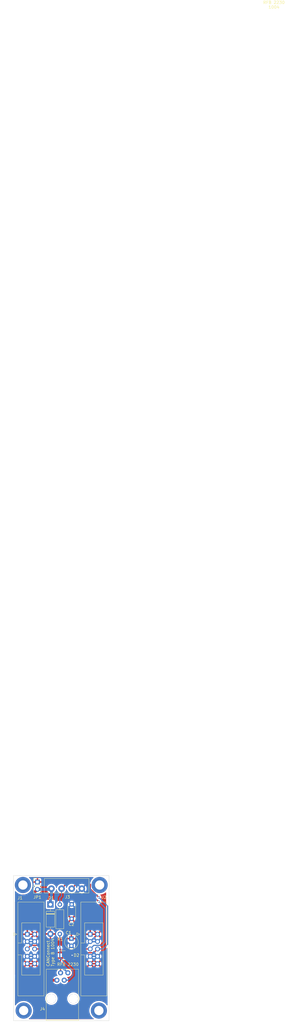
<source format=kicad_pcb>
(kicad_pcb (version 20211014) (generator pcbnew)
  (layers (0 "F.Cu" signal) (31 "B.Cu" signal) (34 "B.Paste" user) (35 "F.Paste" user) (36 "B.SilkS" user "B.Silkscreen") (37 "F.SilkS" user "F.Silkscreen") (38 "B.Mask" user) (39 "F.Mask" user) (44 "Edge.Cuts" user))
  (net 0 "")
  (net 1 "+12V")
  (net 2 "GND")
  (net 3 "/VP")
  (net 4 "/H")
  (net 5 "/L")
  (footprint "Connector_IDC:IDC-Header_2x05_P2.54mm_Latch_Vertical" (layer "F.Cu") (at 126.5 120.2)
    (fp_text reference "J2" (at 4.8 -12.7) (layer "F.SilkS"))
    (fp_text value "10W IDC Connector Latched")
    (fp_line (start -3.24 -11.08) (end 5.78 -11.08) (layer "F.SilkS") (width 0.12))
    (fp_line (start -4.63 -0.5) (end -4.63 0.5) (layer "F.SilkS") (width 0.12))
    (fp_line (start -3.63 0) (end -4.63 -0.5) (layer "F.SilkS") (width 0.12))
    (fp_line (start -4.63 0.5) (end -3.63 0) (layer "F.SilkS") (width 0.12))
    (fp_line (start 5.78 21.24) (end -3.24 21.24) (layer "F.SilkS") (width 0.12))
    (fp_line (start -1.93 -3.92) (end 4.47 -3.92) (layer "F.SilkS") (width 0.12))
    (fp_line (start -1.93 7.13) (end -1.93 7.13) (layer "F.SilkS") (width 0.12))
    (fp_line (start 4.47 -3.92) (end 4.47 14.08) (layer "F.SilkS") (width 0.12))
    (fp_line (start -1.93 14.08) (end -1.93 7.13) (layer "F.SilkS") (width 0.12))
    (fp_line (start -1.93 3.03) (end -1.93 -3.92) (layer "F.SilkS") (width 0.12))
    (fp_line (start -3.24 21.24) (end -3.24 -11.08) (layer "F.SilkS") (width 0.12))
    (fp_line (start 4.47 14.08) (end -1.93 14.08) (layer "F.SilkS") (width 0.12))
    (fp_line (start 5.78 -11.08) (end 5.78 21.24) (layer "F.SilkS") (width 0.12))
    (fp_line (start -3.24 3.03) (end -1.93 3.03) (layer "F.SilkS") (width 0.12))
    (fp_line (start -1.93 7.13) (end -3.24 7.13) (layer "F.SilkS") (width 0.12))
    (pad "1" thru_hole roundrect (at 0 0) (size 1.7 1.7) (drill 1) (layers *.Cu *.Mask) (roundrect_rratio 0.147059) (net 1 "+12V"))
    (pad "2" thru_hole circle (at 2.54 0) (size 1.7 1.7) (drill 1) (layers *.Cu *.Mask) (net 1 "+12V"))
    (pad "3" thru_hole circle (at 0 2.54) (size 1.7 1.7) (drill 1) (layers *.Cu *.Mask) (net 2 "GND"))
    (pad "4" thru_hole circle (at 2.54 2.54) (size 1.7 1.7) (drill 1) (layers *.Cu *.Mask) (net 2 "GND"))
    (pad "5" thru_hole circle (at 0 5.08) (size 1.7 1.7) (drill 1) (layers *.Cu *.Mask) (net 4 "/H"))
    (pad "6" thru_hole circle (at 2.54 5.08) (size 1.7 1.7) (drill 1) (layers *.Cu *.Mask) (net 5 "/L"))
    (pad "7" thru_hole circle (at 0 7.62) (size 1.7 1.7) (drill 1) (layers *.Cu *.Mask) (net 2 "GND"))
    (pad "8" thru_hole circle (at 2.54 7.62) (size 1.7 1.7) (drill 1) (layers *.Cu *.Mask) (net 2 "GND"))
    (pad "9" thru_hole circle (at 0 10.16) (size 1.7 1.7) (drill 1) (layers *.Cu *.Mask) (net 1 "+12V"))
    (pad "10" thru_hole circle (at 2.54 10.16) (size 1.7 1.7) (drill 1) (layers *.Cu *.Mask) (net 1 "+12V"))
  )
  (footprint "Capacitor_THT:C_Disc_D4.7mm_W2.5mm_P5.00mm" (layer "F.Cu") (at 120.1 114.9 90)
    (fp_text reference "C2" (at -1.9 -0.1) (layer "F.SilkS"))
    (fp_text value "~")
    (fp_line (start 4.97 1.055) (end 4.97 1.37) (layer "F.SilkS") (width 0.12))
    (fp_line (start 0.03 1.37) (end 4.97 1.37) (layer "F.SilkS") (width 0.12))
    (fp_line (start 0.03 -1.37) (end 0.03 -1.055) (layer "F.SilkS") (width 0.12))
    (fp_line (start 0.03 -1.37) (end 4.97 -1.37) (layer "F.SilkS") (width 0.12))
    (fp_line (start 4.97 -1.37) (end 4.97 -1.055) (layer "F.SilkS") (width 0.12))
    (fp_line (start 0.03 1.055) (end 0.03 1.37) (layer "F.SilkS") (width 0.12))
    (pad "1" thru_hole circle (at 0 0 90) (size 1.6 1.6) (drill 0.8) (layers *.Cu *.Mask) (net 1 "+12V"))
    (pad "2" thru_hole circle (at 5 0 90) (size 1.6 1.6) (drill 0.8) (layers *.Cu *.Mask) (net 2 "GND"))
  )
  (footprint "MountingHole:MountingHole_3.2mm_M3_DIN965_Pad_TopBottom" (layer "F.Cu") (at 129.5 146.5)
    (fp_text reference "H3" hide)
    (fp_text value "~")
    (pad "1" connect circle (at 0 0) (size 5.6 5.6) (layers "B.Cu" "B.Mask"))
    (pad "1" thru_hole circle (at 0 0) (size 3.6 3.6) (drill 3.2) (layers *.Cu *.Mask))
    (pad "1" connect circle (at 0 0) (size 5.6 5.6) (layers "F.Cu" "F.Mask"))
  )
  (footprint "Connector_PinHeader_2.54mm:PinHeader_1x02_P2.54mm_Vertical" (layer "F.Cu") (at 108.25 102.21)
    (fp_text reference "JP1" (at 0 5.24) (layer "F.SilkS"))
    (fp_text value "~")
    (fp_line (start -1.33 0) (end -1.33 -1.33) (layer "F.SilkS") (width 0.12))
    (fp_line (start 1.33 1.27) (end 1.33 3.87) (layer "F.SilkS") (width 0.12))
    (fp_line (start -1.33 3.87) (end 1.33 3.87) (layer "F.SilkS") (width 0.12))
    (fp_line (start -1.33 1.27) (end -1.33 3.87) (layer "F.SilkS") (width 0.12))
    (fp_line (start -1.33 1.27) (end 1.33 1.27) (layer "F.SilkS") (width 0.12))
    (fp_line (start -1.33 -1.33) (end 0 -1.33) (layer "F.SilkS") (width 0.12))
    (pad "1" thru_hole rect (at 0 0) (size 1.7 1.7) (drill 1) (layers *.Cu *.Mask) (net 1 "+12V"))
    (pad "2" thru_hole oval (at 0 2.54) (size 1.7 1.7) (drill 1) (layers *.Cu *.Mask) (net 3 "/VP"))
  )
  (footprint "Diode_THT:D_DO-41_SOD81_P10.16mm_Horizontal" (layer "F.Cu") (at 112.75 109.95 -90)
    (fp_text reference "D1" (at -2.25 -0.25 -180) (layer "F.SilkS"))
    (fp_text value "UF4001")
    (fp_line (start 1.34 0) (end 2.36 0) (layer "F.SilkS") (width 0.12))
    (fp_line (start 8.82 0) (end 7.8 0) (layer "F.SilkS") (width 0.12))
    (fp_line (start 3.14 -1.47) (end 3.14 1.47) (layer "F.SilkS") (width 0.12))
    (fp_line (start 3.38 -1.47) (end 3.38 1.47) (layer "F.SilkS") (width 0.12))
    (fp_line (start 7.8 1.47) (end 7.8 -1.47) (layer "F.SilkS") (width 0.12))
    (fp_line (start 3.26 -1.47) (end 3.26 1.47) (layer "F.SilkS") (width 0.12))
    (fp_line (start 2.36 1.47) (end 7.8 1.47) (layer "F.SilkS") (width 0.12))
    (fp_line (start 7.8 -1.47) (end 2.36 -1.47) (layer "F.SilkS") (width 0.12))
    (fp_line (start 2.36 -1.47) (end 2.36 1.47) (layer "F.SilkS") (width 0.12))
    (pad "1" thru_hole rect (at 0 0 270) (size 2.2 2.2) (drill 1.1) (layers *.Cu *.Mask) (net 3 "/VP"))
    (pad "2" thru_hole oval (at 10.16 0 270) (size 2.2 2.2) (drill 1.1) (layers *.Cu *.Mask) (net 1 "+12V"))
  )
  (footprint "Package_TO_SOT_SMD:SOT-23" (layer "F.Cu") (at 117.25 127.45)
    (fp_text reference "D2" (at 4.5 0) (layer "F.SilkS"))
    (fp_text value "SP0502BAHTG")
    (fp_line (start 0 1.56) (end 0.65 1.56) (layer "F.SilkS") (width 0.12))
    (fp_line (start 0 -1.56) (end 0.65 -1.56) (layer "F.SilkS") (width 0.12))
    (fp_line (start 0 1.56) (end -0.65 1.56) (layer "F.SilkS") (width 0.12))
    (fp_line (start 0 -1.56) (end -1.675 -1.56) (layer "F.SilkS") (width 0.12))
    (pad "1" smd roundrect (at -0.9375 -0.95) (size 1.475 0.6) (layers "F.Cu" "F.Paste" "F.Mask") (net 4 "/H"))
    (pad "2" smd roundrect (at -0.9375 0.95) (size 1.475 0.6) (layers "F.Cu" "F.Paste" "F.Mask") (net 5 "/L"))
    (pad "3" smd roundrect (at 0.9375 0) (size 1.475 0.6) (layers "F.Cu" "F.Paste" "F.Mask") (net 2 "GND"))
  )
  (footprint "Connector_IDC:IDC-Header_2x05_P2.54mm_Latch_Vertical" (layer "F.Cu") (at 104.75 120.2)
    (fp_text reference "J1" (at -2.5 -12.5) (layer "F.SilkS"))
    (fp_text value "10W IDC Connector Latched")
    (fp_line (start 5.78 21.24) (end -3.24 21.24) (layer "F.SilkS") (width 0.12))
    (fp_line (start -3.24 3.03) (end -1.93 3.03) (layer "F.SilkS") (width 0.12))
    (fp_line (start -1.93 7.13) (end -1.93 7.13) (layer "F.SilkS") (width 0.12))
    (fp_line (start -3.63 0) (end -4.63 -0.5) (layer "F.SilkS") (width 0.12))
    (fp_line (start -1.93 14.08) (end -1.93 7.13) (layer "F.SilkS") (width 0.12))
    (fp_line (start 4.47 14.08) (end -1.93 14.08) (layer "F.SilkS") (width 0.12))
    (fp_line (start -1.93 -3.92) (end 4.47 -3.92) (layer "F.SilkS") (width 0.12))
    (fp_line (start -1.93 7.13) (end -3.24 7.13) (layer "F.SilkS") (width 0.12))
    (fp_line (start -3.24 -11.08) (end 5.78 -11.08) (layer "F.SilkS") (width 0.12))
    (fp_line (start 5.78 -11.08) (end 5.78 21.24) (layer "F.SilkS") (width 0.12))
    (fp_line (start -4.63 -0.5) (end -4.63 0.5) (layer "F.SilkS") (width 0.12))
    (fp_line (start -1.93 3.03) (end -1.93 -3.92) (layer "F.SilkS") (width 0.12))
    (fp_line (start -3.24 21.24) (end -3.24 -11.08) (layer "F.SilkS") (width 0.12))
    (fp_line (start 4.47 -3.92) (end 4.47 14.08) (layer "F.SilkS") (width 0.12))
    (fp_line (start -4.63 0.5) (end -3.63 0) (layer "F.SilkS") (width 0.12))
    (pad "1" thru_hole roundrect (at 0 0) (size 1.7 1.7) (drill 1) (layers *.Cu *.Mask) (roundrect_rratio 0.147059) (net 1 "+12V"))
    (pad "2" thru_hole circle (at 2.54 0) (size 1.7 1.7) (drill 1) (layers *.Cu *.Mask) (net 1 "+12V"))
    (pad "3" thru_hole circle (at 0 2.54) (size 1.7 1.7) (drill 1) (layers *.Cu *.Mask) (net 2 "GND"))
    (pad "4" thru_hole circle (at 2.54 2.54) (size 1.7 1.7) (drill 1) (layers *.Cu *.Mask) (net 2 "GND"))
    (pad "5" thru_hole circle (at 0 5.08) (size 1.7 1.7) (drill 1) (layers *.Cu *.Mask) (net 4 "/H"))
    (pad "6" thru_hole circle (at 2.54 5.08) (size 1.7 1.7) (drill 1) (layers *.Cu *.Mask) (net 5 "/L"))
    (pad "7" thru_hole circle (at 0 7.62) (size 1.7 1.7) (drill 1) (layers *.Cu *.Mask) (net 2 "GND"))
    (pad "8" thru_hole circle (at 2.54 7.62) (size 1.7 1.7) (drill 1) (layers *.Cu *.Mask) (net 2 "GND"))
    (pad "9" thru_hole circle (at 0 10.16) (size 1.7 1.7) (drill 1) (layers *.Cu *.Mask) (net 1 "+12V"))
    (pad "10" thru_hole circle (at 2.54 10.16) (size 1.7 1.7) (drill 1) (layers *.Cu *.Mask) (net 1 "+12V"))
  )
  (footprint "mylib:RJ22" (layer "F.Cu") (at 116.885 133.5)
    (fp_text reference "J4" (at -6.885 12.45 unlocked) (layer "F.SilkS"))
    (fp_text value "RJ22")
    (fp_line (start 5.59 -1.25) (end 5.59 16.51) (layer "F.SilkS") (width 0.12))
    (fp_line (start -5.59 -1.25) (end 5.59 -1.25) (layer "F.SilkS") (width 0.12))
    (fp_rect (start -5.59 -1.25) (end -5.59 16.51) (layer "F.SilkS") (width 0.12) (fill none))
    (fp_rect (start -5.59 16.5) (end 5.59 16.25) (layer "F.SilkS") (width 0.12) (fill none))
    (pad "1" thru_hole circle (at -1.905 2.54) (size 1.8 1.8) (drill 0.9) (layers *.Cu *.Mask) (net 3 "/VP"))
    (pad "2" thru_hole circle (at -0.635 0) (size 1.8 1.8) (drill 0.9) (layers *.Cu *.Mask) (net 5 "/L"))
    (pad "3" thru_hole circle (at 0.635 2.54) (size 1.8 1.8) (drill 0.9) (layers *.Cu *.Mask) (net 4 "/H"))
    (pad "4" thru_hole circle (at 1.905 0) (size 1.8 1.8) (drill 0.9) (layers *.Cu *.Mask) (net 2 "GND"))
    (pad "5" thru_hole circle (at -3.81 8.89) (size 3.3 3.3) (drill 3.25) (layers *.Cu *.Mask))
    (pad "6" thru_hole circle (at 3.81 8.89) (size 3.3 3.3) (drill 3.25) (layers *.Cu *.Mask))
  )
  (footprint "MountingHole:MountingHole_3.2mm_M3_DIN965_Pad_TopBottom" (layer "F.Cu") (at 103.25 103.25)
    (fp_text reference "H1" hide)
    (fp_text value "~")
    (pad "1" connect circle (at 0 0) (size 5.6 5.6) (layers "B.Cu" "B.Mask"))
    (pad "1" connect circle (at 0 0) (size 5.6 5.6) (layers "F.Cu" "F.Mask"))
    (pad "1" thru_hole circle (at 0 0) (size 3.6 3.6) (drill 3.2) (layers *.Cu *.Mask))
  )
  (footprint "MountingHole:MountingHole_3.2mm_M3_DIN965_Pad_TopBottom" (layer "F.Cu") (at 103.5 146.5)
    (fp_text reference "H4" hide)
    (fp_text value "~")
    (pad "1" thru_hole circle (at 0 0) (size 3.6 3.6) (drill 3.2) (layers *.Cu *.Mask))
    (pad "1" connect circle (at 0 0) (size 5.6 5.6) (layers "B.Cu" "B.Mask"))
    (pad "1" connect circle (at 0 0) (size 5.6 5.6) (layers "F.Cu" "F.Mask"))
  )
  (footprint "Capacitor_THT:CP_Radial_Tantal_D4.5mm_P2.50mm" (layer "F.Cu") (at 120 121.7 -90)
    (fp_text reference "C1" (at -2 1 180) (layer "F.SilkS"))
    (fp_text value "4u7F")
    (fp_line (start -1.062288 -1.56) (end -1.062288 -1.11) (layer "F.SilkS") (width 0.12))
    (fp_line (start -1.287288 -1.335) (end -0.837288 -1.335) (layer "F.SilkS") (width 0.12))
    (fp_arc (start -0.869741 -1.06) (mid 3.62 0) (end -0.869741 1.06) (layer "F.SilkS") (width 0.12))
    (pad "1" thru_hole rect (at 0 0 270) (size 1.6 1.6) (drill 0.8) (layers *.Cu *.Mask) (net 1 "+12V"))
    (pad "2" thru_hole circle (at 2.5 0 270) (size 1.6 1.6) (drill 0.8) (layers *.Cu *.Mask) (net 2 "GND"))
  )
  (footprint "MountingHole:MountingHole_3.2mm_M3_DIN965_Pad_TopBottom" (layer "F.Cu") (at 129.75 103.25)
    (fp_text reference "H2" hide)
    (fp_text value "~")
    (pad "1" connect circle (at 0 0) (size 5.6 5.6) (layers "F.Cu" "F.Mask"))
    (pad "1" connect circle (at 0 0) (size 5.6 5.6) (layers "B.Cu" "B.Mask"))
    (pad "1" thru_hole circle (at 0 0) (size 3.6 3.6) (drill 3.2) (layers *.Cu *.Mask))
  )
  (footprint "Resistor_THT:R_Axial_DIN0207_L6.3mm_D2.5mm_P10.16mm_Horizontal" (layer "F.Cu") (at 116 120.11 90)
    (fp_text reference "R1" (at -1.85 0.15) (layer "F.SilkS"))
    (fp_text value "120R")
    (fp_line (start 9.12 0) (end 8.35 0) (layer "F.SilkS") (width 0.12))
    (fp_line (start 1.81 -1.37) (end 1.81 1.37) (layer "F.SilkS") (width 0.12))
    (fp_line (start 8.35 -1.37) (end 1.81 -1.37) (layer "F.SilkS") (width 0.12))
    (fp_line (start 8.35 1.37) (end 8.35 -1.37) (layer "F.SilkS") (width 0.12))
    (fp_line (start 1.04 0) (end 1.81 0) (layer "F.SilkS") (width 0.12))
    (fp_line (start 1.81 1.37) (end 8.35 1.37) (layer "F.SilkS") (width 0.12))
    (pad "1" thru_hole circle (at 0 0 90) (size 1.6 1.6) (drill 0.8) (layers *.Cu *.Mask) (net 4 "/H"))
    (pad "2" thru_hole oval (at 10.16 0 90) (size 1.6 1.6) (drill 0.8) (layers *.Cu *.Mask) (net 5 "/L"))
  )
  (footprint "mylib:Camdenboss_3pt5mm_pitch_PCB_horizontal_4Way" (layer "F.Cu") (at 126.05 106 180)
    (fp_text reference "J3" (at 7.4 -1.4) (layer "F.SilkS"))
    (fp_text value "~")
    (fp_line (start 15.4 5) (end 0 5) (layer "F.SilkS") (width 0.12))
    (fp_line (start 0 0) (end 0 5) (layer "F.SilkS") (width 0.12))
    (fp_line (start 15.4 0) (end 15.4 5) (layer "F.SilkS") (width 0.12))
    (fp_line (start 15.4 0) (end 0 0) (layer "F.SilkS") (width 0.12))
    (pad "1" thru_hole circle (at 2.45 1.5 90) (size 2.3 2.3) (drill 1.1) (layers *.Cu *.Mask) (net 2 "GND"))
    (pad "2" thru_hole circle (at 5.95 1.5 90) (size 2.3 2.3) (drill 1.1) (layers *.Cu *.Mask) (net 4 "/H"))
    (pad "3" thru_hole circle (at 9.45 1.5 90) (size 2.3 2.3) (drill 1.1) (layers *.Cu *.Mask) (net 5 "/L"))
    (pad "4" thru_hole circle (at 12.95 1.5 90) (size 2.3 2.3) (drill 1.1) (layers *.Cu *.Mask) (net 3 "/VP"))
  )
  (gr_rect (start 100 100) (end 133 150) (layer "Edge.Cuts") (width 0.1) (fill none))
  (gr_text "RFB 2230\n1004" (at 190 -200) (layer "F.SilkS") (effects (font (size 1 1))))
  (gr_text "CANConnect\nType B 1004" (at 112.75 131.4 90) (layer "F.SilkS") (effects (font (size 1 1)) (justify left)))
  (gr_text "RFB 2230" (at 118.8 130.6) (layer "F.SilkS") (effects (font (size 1 1))))
  (segment (start 104.75 120.2) (end 107.29 120.2) (width 0.5) (layer "F.Cu") (net 1))
  (segment (start 126.5 130.36) (end 129.04 130.36) (width 0.5) (layer "F.Cu") (net 1))
  (segment (start 126.5 120.2) (end 129.04 120.2) (width 0.5) (layer "F.Cu") (net 1))
  (segment (start 104.75 130.36) (end 107.29 130.36) (width 0.5) (layer "F.Cu") (net 1))
  (segment (start 118.1875 127.45) (end 120.25 127.45) (width 0.4) (layer "F.Cu") (net 2))
  (via (at 120.25 127.45) (size 0.8) (drill 0.4) (layers "F.Cu" "B.Cu") (net 2))
  (segment (start 126.5 122.74) (end 129.04 122.74) (width 0.5) (layer "B.Cu") (net 2))
  (segment (start 126.5 127.82) (end 129.04 127.82) (width 0.5) (layer "B.Cu") (net 2))
  (segment (start 104.75 127.82) (end 107.29 127.82) (width 0.5) (layer "B.Cu") (net 2))
  (segment (start 104.75 122.74) (end 107.29 122.74) (width 0.5) (layer "B.Cu") (net 2))
  (segment (start 103.04 136.04) (end 101 134) (width 1) (layer "F.Cu") (net 3))
  (segment (start 103.25 107) (end 106 107) (width 1) (layer "F.Cu") (net 3))
  (segment (start 101 134) (end 101 109.25) (width 1) (layer "F.Cu") (net 3))
  (segment (start 114.98 136.04) (end 103.04 136.04) (width 1) (layer "F.Cu") (net 3))
  (segment (start 101 109.25) (end 103.25 107) (width 1) (layer "F.Cu") (net 3))
  (segment (start 106 107) (end 108.25 104.75) (width 1) (layer "F.Cu") (net 3))
  (segment (start 113.1 107.85) (end 112.75 108.2) (width 1) (layer "B.Cu") (net 3))
  (segment (start 112.75 108.2) (end 112.75 109.95) (width 1) (layer "B.Cu") (net 3))
  (segment (start 108.25 104.75) (end 112.85 104.75) (width 1) (layer "B.Cu") (net 3))
  (segment (start 112.85 104.75) (end 113.1 104.5) (width 1) (layer "B.Cu") (net 3))
  (segment (start 113.1 104.5) (end 113.1 107.85) (width 1) (layer "B.Cu") (net 3))
  (segment (start 125.75 104.75) (end 125.75 103.25) (width 0.4) (layer "F.Cu") (net 4))
  (segment (start 106 124.03) (end 104.75 125.28) (width 0.4) (layer "F.Cu") (net 4))
  (segment (start 125.75 103.25) (end 125.099501 102.599501) (width 0.4) (layer "F.Cu") (net 4))
  (segment (start 113.05 126.5) (end 110.58 124.03) (width 0.4) (layer "F.Cu") (net 4))
  (segment (start 126.5 125.28) (end 123.17 125.28) (width 0.4) (layer "F.Cu") (net 4))
  (segment (start 125.75 105.25) (end 125.75 104.75) (width 0.4) (layer "F.Cu") (net 4))
  (segment (start 116.3125 126.5) (end 116.3125 125.2625) (width 0.4) (layer "F.Cu") (net 4))
  (segment (start 121.95 126.5) (end 116.3125 126.5) (width 0.4) (layer "F.Cu") (net 4))
  (segment (start 125.099501 102.599501) (end 122.000499 102.599501) (width 0.4) (layer "F.Cu") (net 4))
  (segment (start 110.58 124.03) (end 106 124.03) (width 0.4) (layer "F.Cu") (net 4))
  (segment (start 116.3125 126.5) (end 113.05 126.5) (width 0.4) (layer "F.Cu") (net 4))
  (segment (start 116.3125 125.2625) (end 116 124.95) (width 0.4) (layer "F.Cu") (net 4))
  (segment (start 123.17 125.28) (end 121.95 126.5) (width 0.4) (layer "F.Cu") (net 4))
  (segment (start 129.5 109) (end 125.75 105.25) (width 0.4) (layer "F.Cu") (net 4))
  (segment (start 122.000499 102.599501) (end 120.1 104.5) (width 0.4) (layer "F.Cu") (net 4))
  (via (at 129.5 109) (size 0.8) (drill 0.4) (layers "F.Cu" "B.Cu") (net 4))
  (via (at 116 124.95) (size 0.8) (drill 0.4) (layers "F.Cu" "B.Cu") (net 4))
  (segment (start 131.75 111.9) (end 131.75 111.25) (width 0.4) (layer "B.Cu") (net 4))
  (segment (start 120.5 132.7) (end 120.5 134.332792) (width 0.4) (layer "B.Cu") (net 4))
  (segment (start 116 124.95) (end 116 128.2) (width 0.4) (layer "B.Cu") (net 4))
  (segment (start 131.7 111.95) (end 131.75 111.9) (width 0.4) (layer "B.Cu") (net 4))
  (segment (start 130.57 124.03) (end 127.75 124.03) (width 0.4) (layer "B.Cu") (net 4))
  (segment (start 116 128.2) (end 120.5 132.7) (width 0.4) (layer "B.Cu") (net 4))
  (segment (start 131.7 112.7) (end 131.7 122.9) (width 0.4) (layer "B.Cu") (net 4))
  (segment (start 131.75 111.25) (end 129.5 109) (width 0.4) (layer "B.Cu") (net 4))
  (segment (start 127.75 124.03) (end 126.5 125.28) (width 0.4) (layer "B.Cu") (net 4))
  (segment (start 120.5 134.332792) (end 118.792792 136.04) (width 0.4) (layer "B.Cu") (net 4))
  (segment (start 118.792792 136.04) (end 117.52 136.04) (width 0.4) (layer "B.Cu") (net 4))
  (segment (start 131.7 111.95) (end 131.7 112.7) (width 0.4) (layer "B.Cu") (net 4))
  (segment (start 116 124.95) (end 116 120.11) (width 0.4) (layer "B.Cu") (net 4))
  (segment (start 131.7 122.9) (end 130.57 124.03) (width 0.4) (layer "B.Cu") (net 4))
  (segment (start 126.55 103.05) (end 126.55 104.575484) (width 0.4) (layer "F.Cu") (net 5))
  (segment (start 129.474516 107.5) (end 129.5 107.5) (width 0.4) (layer "F.Cu") (net 5))
  (segment (start 124.63 126.57) (end 127.75 126.57) (width 0.4) (layer "F.Cu") (net 5))
  (segment (start 110.58 125.28) (end 107.29 125.28) (width 0.4) (layer "F.Cu") (net 5))
  (segment (start 116.6 104.5) (end 119.1 102) (width 0.4) (layer "F.Cu") (net 5))
  (segment (start 116.25 133.5) (end 116.25 128.4625) (width 0.4) (layer "F.Cu") (net 5))
  (segment (start 110.58 125.28) (end 113.7 128.4) (width 0.4) (layer "F.Cu") (net 5))
  (segment (start 119.1 102) (end 125.5 102) (width 0.4) (layer "F.Cu") (net 5))
  (segment (start 122.8 128.4) (end 124.63 126.57) (width 0.4) (layer "F.Cu") (net 5))
  (segment (start 113.7 128.4) (end 116.3125 128.4) (width 0.4) (layer "F.Cu") (net 5))
  (segment (start 126.55 104.575484) (end 129.474516 107.5) (width 0.4) (layer "F.Cu") (net 5))
  (segment (start 116.25 128.4625) (end 116.3125 128.4) (width 0.4) (layer "F.Cu") (net 5))
  (segment (start 125.5 102) (end 126.55 103.05) (width 0.4) (layer "F.Cu") (net 5))
  (segment (start 116.3125 128.4) (end 122.8 128.4) (width 0.4) (layer "F.Cu") (net 5))
  (segment (start 127.75 126.57) (end 129.04 125.28) (width 0.4) (layer "F.Cu") (net 5))
  (via (at 129.5 107.5) (size 0.8) (drill 0.4) (layers "F.Cu" "B.Cu") (net 5))
  (segment (start 132.5 123.7) (end 130.92 125.28) (width 0.4) (layer "B.Cu") (net 5))
  (segment (start 116 109.95) (end 116 107.7) (width 0.4) (layer "B.Cu") (net 5))
  (segment (start 116 107.7) (end 116.6 107.1) (width 0.4) (layer "B.Cu") (net 5))
  (segment (start 116.6 107.1) (end 116.6 104.5) (width 0.4) (layer "B.Cu") (net 5))
  (segment (start 129.375 107.375) (end 132.5 110.5) (width 0.4) (layer "B.Cu") (net 5))
  (segment (start 132.5 110.5) (end 132.5 123.7) (width 0.4) (layer "B.Cu") (net 5))
  (segment (start 130.92 125.28) (end 129.04 125.28) (width 0.4) (layer "B.Cu") (net 5))
  (zone (net 1) (net_name "+12V") (layer "F.Cu") (connect_pads (clearance 0.508)) (min_thickness 0.254) (fill yes (thermal_gap 0.508) (thermal_bridge_width 0.508))
    (polygon (pts (xy 132 149.5) (xy 100.5 149.5) (xy 100.5 100.5) (xy 132 100.5)))
  )
  (zone (net 2) (net_name "GND") (layer "B.Cu") (connect_pads (clearance 0.508)) (min_thickness 0.254) (fill yes (thermal_gap 0.508) (thermal_bridge_width 0.508))
    (polygon (pts (xy 132.75 149.45) (xy 100.5 149.45) (xy 100.5 100.45) (xy 132.75 100.45)))
  )
)
</source>
